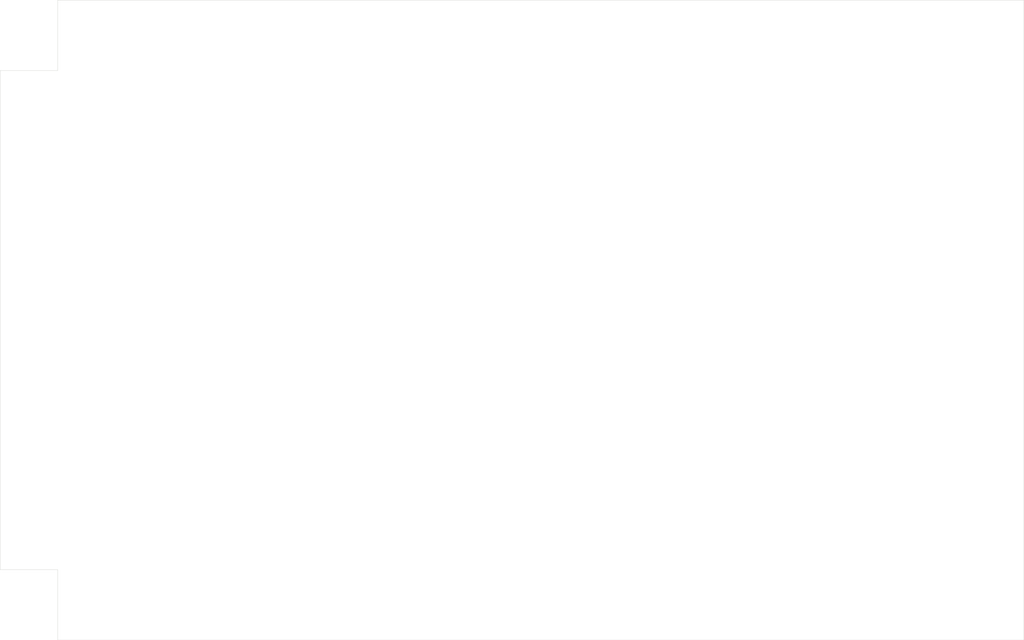
<source format=kicad_pcb>
(kicad_pcb
	(version 20240108)
	(generator "pcbnew")
	(generator_version "8.0")
	(general
		(thickness 1.6)
		(legacy_teardrops no)
	)
	(paper "A4")
	(layers
		(0 "F.Cu" signal)
		(31 "B.Cu" signal)
		(32 "B.Adhes" user "B.Adhesive")
		(33 "F.Adhes" user "F.Adhesive")
		(34 "B.Paste" user)
		(35 "F.Paste" user)
		(36 "B.SilkS" user "B.Silkscreen")
		(37 "F.SilkS" user "F.Silkscreen")
		(38 "B.Mask" user)
		(39 "F.Mask" user)
		(40 "Dwgs.User" user "User.Drawings")
		(41 "Cmts.User" user "User.Comments")
		(42 "Eco1.User" user "User.Eco1")
		(43 "Eco2.User" user "User.Eco2")
		(44 "Edge.Cuts" user)
		(45 "Margin" user)
		(46 "B.CrtYd" user "B.Courtyard")
		(47 "F.CrtYd" user "F.Courtyard")
		(48 "B.Fab" user)
		(49 "F.Fab" user)
		(50 "User.1" user)
		(51 "User.2" user)
		(52 "User.3" user)
		(53 "User.4" user)
		(54 "User.5" user)
		(55 "User.6" user)
		(56 "User.7" user)
		(57 "User.8" user)
		(58 "User.9" user)
	)
	(setup
		(pad_to_mask_clearance 0)
		(allow_soldermask_bridges_in_footprints no)
		(pcbplotparams
			(layerselection 0x00010fc_ffffffff)
			(plot_on_all_layers_selection 0x0000000_00000000)
			(disableapertmacros no)
			(usegerberextensions no)
			(usegerberattributes yes)
			(usegerberadvancedattributes yes)
			(creategerberjobfile yes)
			(dashed_line_dash_ratio 12.000000)
			(dashed_line_gap_ratio 3.000000)
			(svgprecision 4)
			(plotframeref no)
			(viasonmask no)
			(mode 1)
			(useauxorigin no)
			(hpglpennumber 1)
			(hpglpenspeed 20)
			(hpglpendiameter 15.000000)
			(pdf_front_fp_property_popups yes)
			(pdf_back_fp_property_popups yes)
			(dxfpolygonmode yes)
			(dxfimperialunits yes)
			(dxfusepcbnewfont yes)
			(psnegative no)
			(psa4output no)
			(plotreference yes)
			(plotvalue yes)
			(plotfptext yes)
			(plotinvisibletext no)
			(sketchpadsonfab no)
			(subtractmaskfromsilk no)
			(outputformat 1)
			(mirror no)
			(drillshape 1)
			(scaleselection 1)
			(outputdirectory "")
		)
	)
	(net 0 "")
	(gr_line
		(start 230 50)
		(end 79 50)
		(stroke
			(width 0.05)
			(type default)
		)
		(layer "Edge.Cuts")
		(uuid "0d0f31be-67e4-4dc6-8ca2-6e5477de8dce")
	)
	(gr_line
		(start 230 50)
		(end 230 150)
		(stroke
			(width 0.05)
			(type default)
		)
		(layer "Edge.Cuts")
		(uuid "356db958-4d24-47e8-a6de-b2c8f9119dae")
	)
	(gr_line
		(start 79 150)
		(end 230 150)
		(stroke
			(width 0.05)
			(type default)
		)
		(layer "Edge.Cuts")
		(uuid "9a3d54bd-a3ec-4329-8f50-13d9e6da34b7")
	)
	(gr_line
		(start 79 50)
		(end 79 61)
		(stroke
			(width 0.05)
			(type default)
		)
		(layer "Edge.Cuts")
		(uuid "9e567743-6bd3-4e81-b7db-6db66ea54726")
	)
	(gr_line
		(start 79 139)
		(end 79 150)
		(stroke
			(width 0.05)
			(type default)
		)
		(layer "Edge.Cuts")
		(uuid "b5812f24-bbca-4510-b81b-90ef180faec8")
	)
	(gr_line
		(start 79 61)
		(end 70 61)
		(stroke
			(width 0.05)
			(type default)
		)
		(layer "Edge.Cuts")
		(uuid "bae79825-2e65-4cf9-a4a4-78e9ae5e40be")
	)
	(gr_line
		(start 70 139)
		(end 79 139)
		(stroke
			(width 0.05)
			(type default)
		)
		(layer "Edge.Cuts")
		(uuid "c6ebeffa-a1ea-4a69-9a70-65dd083ae588")
	)
	(gr_line
		(start 70 61)
		(end 70 139)
		(stroke
			(width 0.05)
			(type default)
		)
		(layer "Edge.Cuts")
		(uuid "f62caed5-6964-4837-9aca-6319cf96487f")
	)
)

</source>
